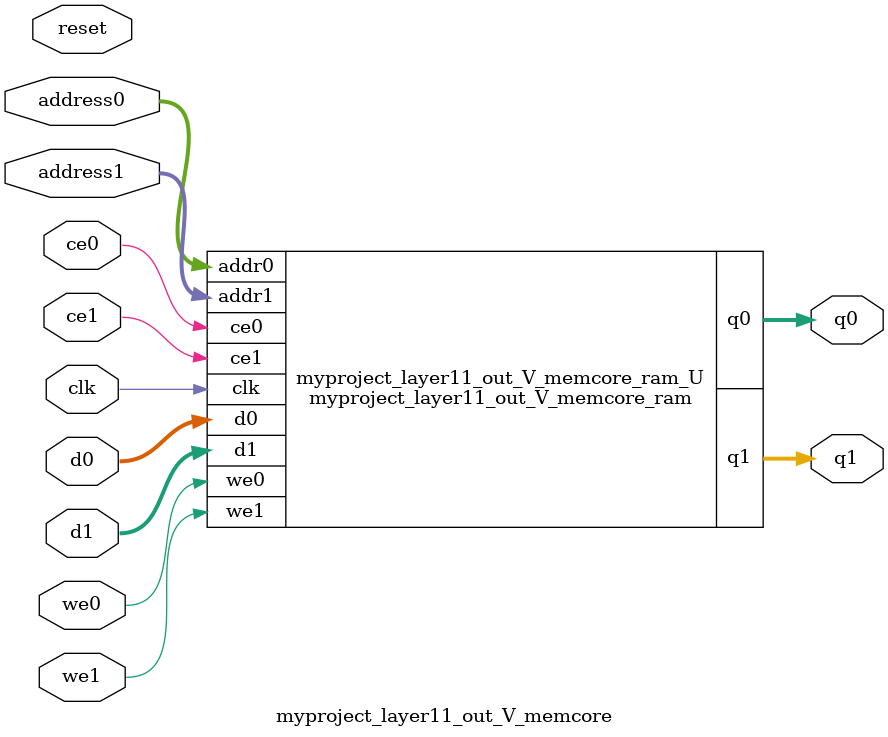
<source format=v>
`timescale 1 ns / 1 ps
module myproject_layer11_out_V_memcore_ram (addr0, ce0, d0, we0, q0, addr1, ce1, d1, we1, q1,  clk);

parameter DWIDTH = 13;
parameter AWIDTH = 8;
parameter MEM_SIZE = 240;

input[AWIDTH-1:0] addr0;
input ce0;
input[DWIDTH-1:0] d0;
input we0;
output reg[DWIDTH-1:0] q0;
input[AWIDTH-1:0] addr1;
input ce1;
input[DWIDTH-1:0] d1;
input we1;
output reg[DWIDTH-1:0] q1;
input clk;

(* ram_style = "block" *)reg [DWIDTH-1:0] ram[0:MEM_SIZE-1];




always @(posedge clk)  
begin 
    if (ce0) 
    begin
        if (we0) 
        begin 
            ram[addr0] <= d0; 
        end 
        q0 <= ram[addr0];
    end
end


always @(posedge clk)  
begin 
    if (ce1) 
    begin
        if (we1) 
        begin 
            ram[addr1] <= d1; 
        end 
        q1 <= ram[addr1];
    end
end


endmodule

`timescale 1 ns / 1 ps
module myproject_layer11_out_V_memcore(
    reset,
    clk,
    address0,
    ce0,
    we0,
    d0,
    q0,
    address1,
    ce1,
    we1,
    d1,
    q1);

parameter DataWidth = 32'd13;
parameter AddressRange = 32'd240;
parameter AddressWidth = 32'd8;
input reset;
input clk;
input[AddressWidth - 1:0] address0;
input ce0;
input we0;
input[DataWidth - 1:0] d0;
output[DataWidth - 1:0] q0;
input[AddressWidth - 1:0] address1;
input ce1;
input we1;
input[DataWidth - 1:0] d1;
output[DataWidth - 1:0] q1;



myproject_layer11_out_V_memcore_ram myproject_layer11_out_V_memcore_ram_U(
    .clk( clk ),
    .addr0( address0 ),
    .ce0( ce0 ),
    .we0( we0 ),
    .d0( d0 ),
    .q0( q0 ),
    .addr1( address1 ),
    .ce1( ce1 ),
    .we1( we1 ),
    .d1( d1 ),
    .q1( q1 ));

endmodule


</source>
